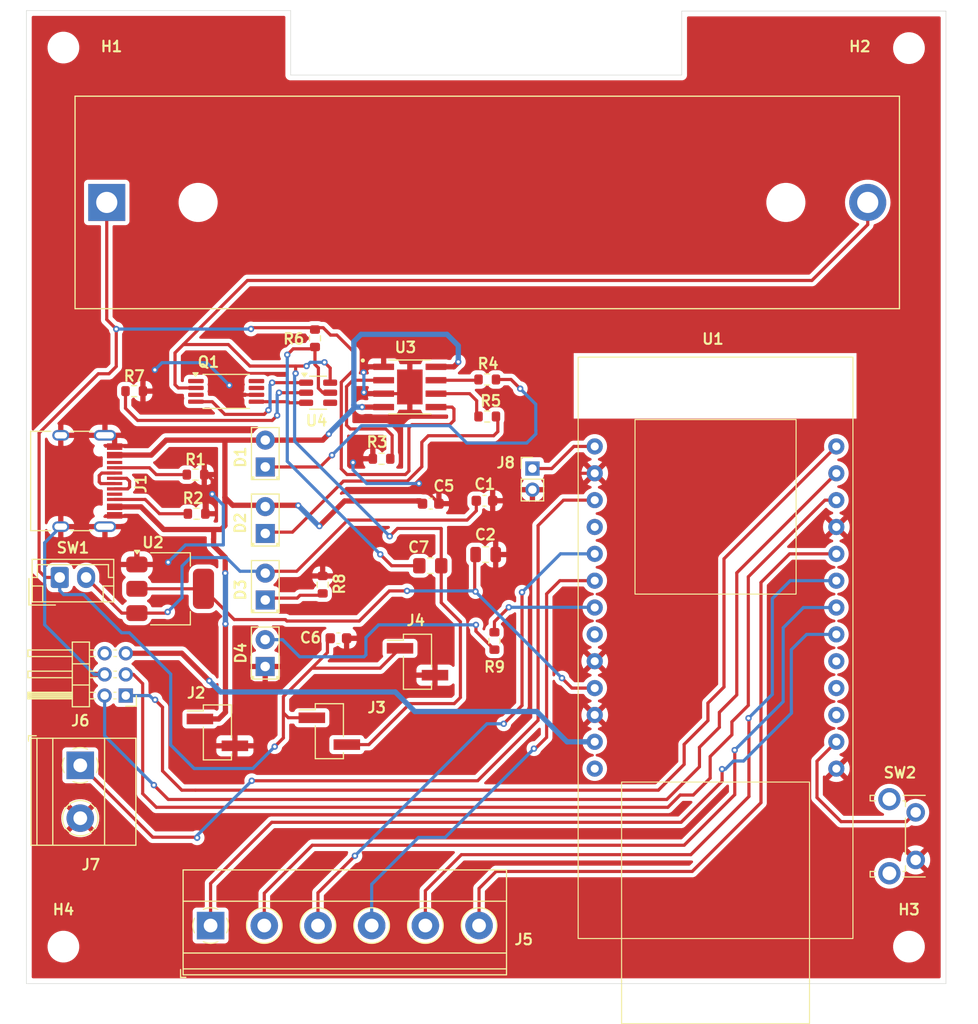
<source format=kicad_pcb>
(kicad_pcb (version 20240108) (generator "pcbnew") (generator_version "8.0")
  (layers (0 "F.Cu" signal) (31 "B.Cu" signal) (34 "B.Paste" user) (35 "F.Paste" user) (36 "B.SilkS" user "B.Silkscreen") (37 "F.SilkS" user "F.Silkscreen") (38 "B.Mask" user) (39 "F.Mask" user) (44 "Edge.Cuts" user))
  (net 0 "")
  (net 1 "/BAT")
  (net 2 "/dw_gnd")
  (net 3 "GND")
  (net 4 "+5V")
  (net 5 "+3.3V")
  (net 6 "/dw_vcc")
  (net 7 "Net-(D1-K)")
  (net 8 "Net-(D2-K)")
  (net 9 "Net-(J1-D--PadA7)")
  (net 11 "Net-(J1-CC2)")
  (net 13 "Net-(J1-D+-PadA6)")
  (net 14 "Net-(J1-CC1)")
  (net 15 "/IO14")
  (net 16 "/IO15")
  (net 17 "/IO32")
  (net 18 "/IO39")
  (net 19 "/IO33")
  (net 20 "/IO36")
  (net 21 "/IO0")
  (net 22 "5V")
  (net 23 "/BOUT")
  (net 24 "/TX")
  (net 26 "/3.3V")
  (net 27 "Net-(U3-PROG)")
  (net 28 "/CHRG")
  (net 29 "/STDBY")
  (net 30 "Net-(U4-CS)")
  (net 32 "Net-(D4-A)")
  (net 34 "ENB")
  (net 39 "/RX")
  (net 41 "Net-(U4-OC)")
  (net 42 "Net-(U4-OD)")
  (net 44 "IPSET")
  (net 45 "Net-(D3-K)")
  (net 46 "Net-(U1-IO5{slash}BOOT_FLOAT)")
  (footprint "Connector_PinHeader_2.54mm:PinHeader_1x02_P2.54mm_Vertical_SMD_Pin1Left" (layer "F.Cu") (at 131.27 108.185)
    (property "Reference" "J2")
    (property "Value" "+-" (hide yes))
  )
  (footprint "LED_THT:LED_D2.0mm_W4.8mm_H2.5mm_FlatTop" (layer "F.Cu") (at 135.8 83.075 90)
    (property "Reference" "D1")
    (property "Value" "LED" (hide yes))
  )
  (footprint "Resistor_SMD:R_0603_1608Metric" (layer "F.Cu") (at 156.8 78.3)
    (property "Reference" "R5")
    (property "Value" "1k" (hide yes))
  )
  (footprint "LED_THT:LED_D2.0mm_W4.8mm_H2.5mm_FlatTop" (layer "F.Cu") (at 135.8 95.66 90)
    (property "Reference" "D3")
    (property "Value" "LED" (hide yes))
  )
  (footprint "Button_Switch_THT:SW_Tactile_SPST_Angled_PTS645Vx58-2LFS" (layer "F.Cu") (at 197.3375 115.75 -90)
    (property "Reference" "SW2")
    (property "Value" "SW_Push" (hide yes))
  )
  (footprint "MountingHole:MountingHole_2.5mm" (layer "F.Cu") (at 196.7 128.45)
    (property "Reference" "H3")
    (property "Value" "MountingHole" (hide yes))
  )
  (footprint "Resistor_SMD:R_0603_1608Metric" (layer "F.Cu") (at 129.2 83.8)
    (property "Reference" "R1")
    (property "Value" "5k1" (hide yes))
  )
  (footprint "Package_TO_SOT_SMD:SOT-223-3_TabPin2" (layer "F.Cu") (at 126.8 94.6)
    (property "Reference" "U2")
    (property "Value" "AMS1117-3.3" (hide yes))
  )
  (footprint "Capacitor_SMD:C_0603_1608Metric" (layer "F.Cu") (at 142.72 99.28)
    (property "Reference" "C6")
    (property "Value" "10u" (hide yes))
  )
  (footprint "Capacitor_SMD:C_0805_2012Metric_Pad1.18x1.45mm_HandSolder" (layer "F.Cu") (at 151.41 92.42)
    (property "Reference" "C7")
    (property "Value" "100n" (hide yes))
  )
  (footprint "Library:SOP127P600X175-9N" (layer "F.Cu") (at 149.475 75.505)
    (property "Reference" "U3")
    (property "Value" "TP4056" (hide yes))
  )
  (footprint "MountingHole:MountingHole_2.5mm" (layer "F.Cu") (at 116.7 128.45)
    (property "Reference" "H4")
    (property "Value" "MountingHole" (hide yes))
  )
  (footprint "Connector_PinHeader_2.54mm:PinHeader_1x02_P2.54mm_Vertical_SMD_Pin1Left" (layer "F.Cu") (at 141.86 108.07)
    (property "Reference" "J3")
    (property "Value" "1B+2B-" (hide yes))
  )
  (footprint "Library:WT32-ETH01" (layer "F.Cu") (at 178.4 100.1825)
    (property "Reference" "U1")
    (property "Value" "WT32-ETH01")
  )
  (footprint "Resistor_SMD:R_0603_1608Metric" (layer "F.Cu") (at 156.8 74.8)
    (property "Reference" "R4")
    (property "Value" "1k" (hide yes))
  )
  (footprint "Battery:BatteryHolder_MPD_BH-18650-PC2" (layer "F.Cu") (at 120.8 58.05)
    (property "Reference" "BT1" (hide yes))
    (property "Value" "Battery_Cell" (hide yes))
  )
  (footprint "Connector_USB:USB_C_Receptacle_HRO_TYPE-C-31-M-12" (layer "F.Cu") (at 117.5 84.4 -90)
    (property "Reference" "J1")
    (property "Value" "USB_C_Receptacle_USB2.0_16P" (hide yes))
  )
  (footprint "MountingHole:MountingHole_2.5mm" (layer "F.Cu") (at 116.7 43.4)
    (property "Reference" "H1")
    (property "Value" "MountingHole" (hide yes))
  )
  (footprint "Package_SO:TSSOP-8_4.4x3mm_P0.65mm" (layer "F.Cu") (at 132.1 75.925)
    (property "Reference" "Q1")
    (property "Value" "FS8205A" (hide yes))
  )
  (footprint "Resistor_SMD:R_0603_1608Metric" (layer "F.Cu") (at 140.5 70.9 90)
    (property "Reference" "R6")
    (property "Value" "100" (hide yes))
  )
  (footprint "Resistor_SMD:R_0603_1608Metric" (layer "F.Cu") (at 129.3 87.5)
    (property "Reference" "R2")
    (property "Value" "5k1" (hide yes))
  )
  (footprint "Resistor_SMD:R_0603_1608Metric" (layer "F.Cu") (at 157.48 99.535 90)
    (property "Reference" "R9")
    (property "Value" "220" (hide yes))
  )
  (footprint "Capacitor_SMD:C_0603_1608Metric" (layer "F.Cu") (at 151.45 86.55)
    (property "Reference" "C5")
    (property "Value" "100n" (hide yes))
  )
  (footprint "MountingHole:MountingHole_2.5mm" (layer "F.Cu") (at 196.7 43.45)
    (property "Reference" "H2")
    (property "Value" "MountingHole" (hide yes))
  )
  (footprint "Resistor_SMD:R_0603_1608Metric" (layer "F.Cu") (at 141.23 94.21 -90)
    (property "Reference" "R8")
    (property "Value" "680" (hide yes))
  )
  (footprint "LED_THT:LED_D2.0mm_W4.8mm_H2.5mm_FlatTop" (layer "F.Cu") (at 135.8 89.365 90)
    (property "Reference" "D2")
    (property "Value" "LED" (hide yes))
  )
  (footprint "Connector_PinHeader_2.00mm:PinHeader_1x02_P2.00mm_Vertical" (layer "F.Cu") (at 161.075 83.225)
    (property "Reference" "J8")
    (property "Value" "Conn_01x02_Pin" (hide yes))
  )
  (footprint "Resistor_SMD:R_0603_1608Metric" (layer "F.Cu") (at 123.4 75.9)
    (property "Reference" "R7")
    (property "Value" "1k" (hide yes))
  )
  (footprint "Package_TO_SOT_SMD:SOT-23-6" (layer "F.Cu") (at 140.8 76.05)
    (property "Reference" "U4")
    (property "Value" "DW01A" (hide yes))
  )
  (footprint "Connector_JST:JST_EH_B2B-EH-A_1x02_P2.50mm_Vertical" (layer "F.Cu") (at 116.35 93.525)
    (property "Reference" "SW1")
    (property "Value" "SW_SPST" (hide yes))
  )
  (footprint "LED_THT:LED_D2.0mm_W4.8mm_H2.5mm_FlatTop" (layer "F.Cu") (at 135.79 101.95 90)
    (property "Reference" "D4")
    (property "Value" "LED" (hide yes))
  )
  (footprint "TerminalBlock_Phoenix:TerminalBlock_Phoenix_MKDS-1,5-6-5.08_1x06_P5.08mm_Horizontal" (layer "F.Cu") (at 130.625 126.455)
    (property "Reference" "J5")
    (property "Value" "Screw_Terminal_01x06" (hide yes))
  )
  (footprint "TerminalBlock_Phoenix:TerminalBlock_Phoenix_MKDS-1,5-2_1x02_P5.00mm_Horizontal" (layer "F.Cu") (at 118.295 111.3 -90)
    (property "Reference" "J7")
    (property "Value" "Screw_Terminal_01x02" (hide yes))
  )
  (footprint "Capacitor_SMD:C_0603_1608Metric" (layer "F.Cu") (at 156.54 86.27)
    (property "Reference" "C1")
    (property "Value" "10u" (hide yes))
  )
  (footprint "Capacitor_SMD:C_0805_2012Metric" (layer "F.Cu") (at 156.65 91.36)
    (property "Reference" "C2")
    (property "Value" "22u" (hide yes))
  )
  (footprint "Connector_PinHeader_2.54mm:PinHeader_1x02_P2.54mm_Vertical_SMD_Pin1Left" (layer "F.Cu") (at 150.2 101.5)
    (property "Reference" "J4")
    (property "Value" "1OUT+2OUT- " (hide yes))
  )
  (footprint "Resistor_SMD:R_0603_1608Metric" (layer "F.Cu") (at 146.8 82.3)
    (property "Reference" "R3")
    (property "Value" "1k2" (hide yes))
  )
  (footprint "Connector_PinHeader_2.00mm:PinHeader_2x03_P2.00mm_Horizontal" (layer "F.Cu") (at 122.6 104.7 180)
    (property "Reference" "J6")
    (property "Value" "Conn_02x03_Counter_Clockwise" (hide yes))
  )
  (gr_line (start 200.2 39.95) (end 175.2 39.95) (stroke (width 0.05)) (layer "Edge.Cuts"))
  (gr_line (start 138.2 46) (end 175.2 46) (stroke (width 0.05)) (layer "Edge.Cuts"))
  (gr_line (start 200.2 131.95) (end 200.2 40) (stroke (width 0.05)) (layer "Edge.Cuts"))
  (gr_line (start 113.2 128.3) (end 113.2 48.3) (stroke (width 0.05)) (layer "Edge.Cuts"))
  (gr_line (start 200.2 131.95) (end 113.2 131.95) (stroke (width 0.05)) (layer "Edge.Cuts"))
  (gr_line (start 113.2 131.95) (end 113.2 128.3) (stroke (width 0.05)) (layer "Edge.Cuts"))
  (gr_line (start 113.2 39.9) (end 113.2 48.3) (stroke (width 0.05)) (layer "Edge.Cuts"))
  (gr_line (start 138.2 39.9) (end 138.2 46) (stroke (width 0.05)) (layer "Edge.Cuts"))
  (gr_line (start 200.2 40) (end 200.2 39.95) (stroke (width 0.05)) (layer "Edge.Cuts"))
  (gr_line (start 138.2 39.9) (end 113.2 39.9) (stroke (width 0.05)) (layer "Edge.Cuts"))
  (gr_line (start 175.2 39.95) (end 175.2 46) (stroke (width 0.05)) (layer "Edge.Cuts"))
  (segment (start 153.25 79.07) (end 149.68 79.07) (width 0.3) (layer "F.Cu") (net 1))
  (segment (start 149.39 79.36) (end 149.39 83.46) (width 0.3) (layer "F.Cu") (net 1))
  (segment (start 141.6825 100.6275) (end 137.51 104.8) (width 0.3) (layer "F.Cu") (net 1))
  (segment (start 144.175 73.875) (end 144.175 72.2) (width 0.3) (layer "F.Cu") (net 1))
  (segment (start 137.51 108.71) (end 137.51 106.33) (width 0.3) (layer "F.Cu") (net 1))
  (segment (start 134.57 69.9) (end 140.5 69.9) (width 0.3) (layer "F.Cu") (net 1))
  (segment (start 149.06 83.79) (end 143.53 83.79) (width 0.3) (layer "F.Cu") (net 1))
  (segment (start 121.7 73.57) (end 121.01 74.26) (width 0.3) (layer "F.Cu") (net 1))
  (segment (start 134.45 70.02) (end 134.57 69.9) (width 0.3) (layer "F.Cu") (net 1))
  (segment (start 115 93.525) (end 116.35 93.525) (width 0.3) (layer "F.Cu") (net 1))
  (segment (start 146.665 102.11) (end 140.33 102.11) (width 0.3) (layer "F.Cu") (net 1))
  (segment (start 144.175 72.2) (end 142.575 70.6) (width 0.3) (layer "F.Cu") (net 1))
  (segment (start 153.65 77.59) (end 153.65 78.67) (width 0.3) (layer "F.Cu") (net 1))
  (segment (start 136.69 109.53) (end 137.51 108.71) (width 0.3) (layer "F.Cu") (net 1))
  (segment (start 140.205 106.8) (end 137.98 106.8) (width 0.3) (layer "F.Cu") (net 1))
  (segment (start 121.7 70.03) (end 120.8 69.13) (width 0.3) (layer "F.Cu") (net 1))
  (segment (start 141.275 69.9) (end 140.5 69.9) (width 0.3) (layer "F.Cu") (net 1))
  (segment (start 142.99 83.25) (end 142.99 75.06) (width 0.3) (layer "F.Cu") (net 1))
  (segment (start 149.39 83.46) (end 149.06 83.79) (width 0.3) (layer "F.Cu") (net 1))
  (segment (start 153.65 78.67) (end 153.25 79.07) (width 0.3) (layer "F.Cu") (net 1))
  (segment (start 141.975 70.6) (end 141.275 69.9) (width 0.3) (layer "F.Cu") (net 1))
  (segment (start 120 74.26) (end 114.4 79.86) (width 0.3) (layer "F.Cu") (net 1))
  (segment (start 142.99 75.06) (end 144.175 73.875) (width 0.3) (layer "F.Cu") (net 1))
  (segment (start 137.98 106.8) (end 137.51 106.33) (width 0.3) (layer "F.Cu") (net 1))
  (segment (start 121.7 70.03) (end 121.7 73.57) (width 0.3) (layer "F.Cu") (net 1))
  (segment (start 121.01 74.26) (end 120 74.26) (width 0.3) (layer "F.Cu") (net 1))
  (segment (start 143.53 83.79) (end 142.99 83.25) (width 0.3) (layer "F.Cu") (net 1))
  (segment (start 148.545 100.23) (end 146.665 102.11) (width 0.3) (layer "F.Cu") (net 1))
  (segment (start 114.4 92.925) (end 115 93.525) (width 0.3) (layer "F.Cu") (net 1))
  (segment (start 141.6825 99.28) (end 141.6825 100.6275) (width 0.3) (layer "F.Cu") (net 1))
  (segment (start 149.68 79.07) (end 149.39 79.36) (width 0.3) (layer "F.Cu") (net 1))
  (segment (start 114.4 79.86) (end 114.4 92.925) (width 0.3) (layer "F.Cu") (net 1))
  (segment (start 137.51 104.8) (end 137.51 106.33) (width 0.3) (layer "F.Cu") (net 1))
  (segment (start 151.95 77.41) (end 153.47 77.41) (width 0.3) (layer "F.Cu") (net 1))
  (segment (start 142.575 70.6) (end 141.975 70.6) (width 0.3) (layer "F.Cu") (net 1))
  (segment (start 153.47 77.41) (end 153.65 77.59) (width 0.3) (layer "F.Cu") (net 1))
  (segment (start 120.8 69.13) (end 120.8 58.05) (width 0.3) (layer "F.Cu") (net 1))
  (via (at 134.45 70.02) (size 0.6) (drill 0.3) (layers "F.Cu" "B.Cu") (net 1))
  (via (at 121.7 70.03) (size 0.6) (drill 0.3) (layers "F.Cu" "B.Cu") (net 1))
  (via (at 136.69 109.53) (size 0.6) (drill 0.3) (layers "F.Cu" "B.Cu") (net 1))
  (segment (start 134.44 70.03) (end 134.45 70.02) (width 0.3) (layer "B.Cu") (net 1))
  (segment (start 116.35 94.775) (end 116.35 93.525) (width 0.3) (layer "B.Cu") (net 1))
  (segment (start 122.21 98.76) (end 118.6 95.15) (width 0.3) (layer "B.Cu") (net 1))
  (segment (start 122.94 98.76) (end 126.85 102.67) (width 0.3) (layer "B.Cu") (net 1))
  (segment (start 121.7 70.03) (end 134.44 70.03) (width 0.3) (layer "B.Cu") (net 1))
  (segment (start 126.85 102.67) (end 126.85 108.83) (width 0.3) (layer "B.Cu") (net 1))
  (segment (start 118.6 95.15) (end 116.725 95.15) (width 0.3) (layer "B.Cu") (net 1))
  (segment (start 116.725 95.15) (end 116.35 94.775) (width 0.3) (layer "B.Cu") (net 1))
  (segment (start 122.21 98.76) (end 122.94 98.76) (width 0.3) (layer "B.Cu") (net 1))
  (segment (start 134.62 111.6) (end 136.69 109.53) (width 0.3) (layer "B.Cu") (net 1))
  (segment (start 126.85 109.38) (end 129.07 111.6) (width 0.3) (layer "B.Cu") (net 1))
  (segment (start 129.07 111.6) (end 134.62 111.6) (width 0.3) (layer "B.Cu") (net 1))
  (segment (start 126.85 108.83) (end 126.85 109.38) (width 0.3) (layer "B.Cu") (net 1))
  (segment (start 129.2375 75.6) (end 127.57 75.6) (width 0.3) (layer "F.Cu") (net 2))
  (segment (start 154.26 97.72) (end 152.4475 95.9075) (width 0.3) (layer "F.Cu") (net 2))
  (segment (start 187.52 65.43) (end 192.8 60.15) (width 0.3) (layer "F.Cu") (net 2))
  (segment (start 141.9375 73.7125) (end 141.4 73.175) (width 0.3) (layer "F.Cu") (net 2))
  (segment (start 143.515 109.34) (end 145.6 109.34) (width 0.3) (layer "F.Cu") (net 2))
  (segment (start 127.26 72.28) (end 128.045 71.495) (width 0.3) (layer "F.Cu") (net 2))
  (segment (start 138.67 73.53) (end 139.705001 73.53) (width 0.3) (layer "F.Cu") (net 2))
  (segment (start 127.57 75.6) (end 127.26 75.29) (width 0.3) (layer "F.Cu") (net 2))
  (segment (start 141.9375 75.1) (end 141.9375 73.7125) (width 0.3) (layer "F.Cu") (net 2))
  (segment (start 153.68 105.46) (end 154.26 104.88) (width 0.3) (layer "F.Cu") (net 2))
  (segment (start 152.4475 92.42) (end 152.4475 88.9075) (width 0.3) (layer "F.Cu") (net 2))
  (segment (start 154.26 104.88) (end 154.26 97.72) (width 0.3) (layer "F.Cu") (net 2))
  (segment (start 192.8 60.15) (end 192.8 58.05) (width 0.3) (layer "F.Cu") (net 2))
  (segment (start 149.48 105.46) (end 153.68 105.46) (width 0.3) (layer "F.Cu") (net 2))
  (segment (start 145.6 109.34) (end 149.48 105.46) (width 0.3) (layer "F.Cu") (net 2))
  (segment (start 152.43 88.89) (end 148.31 88.89) (width 0.3) (layer "F.Cu") (net 2))
  (segment (start 152.4475 88.9075) (end 152.43 88.89) (width 0.3) (layer "F.Cu") (net 2))
  (segment (start 128.045 71.495) (end 134.11 65.43) (width 0.3) (layer "F.Cu") (net 2))
  (segment (start 152.4475 95.9075) (end 152.4475 92.42) (width 0.3) (layer "F.Cu") (net 2))
  (segment (start 138.67 74.225) (end 138.67 73.53) (width 0.3) (layer "F.Cu") (net 2))
  (segment (start 134.11 65.43) (end 187.52 65.43) (width 0.3) (layer "F.Cu") (net 2))
  (segment (start 148.31 88.89) (end 147.57 89.63) (width 0.3) (layer "F.Cu") (net 2))
  (segment (start 127.26 75.29) (end 127.26 72.28) (width 0.3) (layer "F.Cu") (net 2))
  (segment (start 134.34 73.53) (end 132.305 71.495) (width 0.3) (layer "F.Cu") (net 2))
  (segment (start 134.34 73.53) (end 138.67 73.53) (width 0.3) (layer "F.Cu") (net 2))
  (segment (start 132.305 71.495) (end 128.045 71.495) (width 0.3) (layer "F.Cu") (net 2))
  (via (at 139.705001 73.53) (size 0.6) (drill 0.3) (layers "F.Cu" "B.Cu") (net 2))
  (via (at 138.67 74.225) (size 0.6) (drill 0.3) (layers "F.Cu" "B.Cu") (net 2))
  (via (at 141.4 73.175) (size 0.6) (drill 0.3) (layers "F.Cu" "B.Cu") (net 2))
  (via (at 147.57 89.63) (size 0.6) (drill 0.3) (layers "F.Cu" "B.Cu") (net 2))
  (segment (start 138.67 74.225) (end 138.575 74.32) (width 0.3) (layer "B.Cu") (net 2))
  (segment (start 140.060001 73.175) (end 139.705001 73.53) (width 0.3) (layer "B.Cu") (net 2))
  (segment (start 138.575 74.32) (end 138.575 80.635) (width 0.3) (layer "B.Cu") (net 2))
  (segment (start 141.4 73.175) (end 140.060001 73.175) (width 0.3) (layer "B.Cu") (net 2))
  (segment (start 138.575 80.635) (end 147.57 89.63) (width 0.3) (layer "B.Cu") (net 2))
  (segment (start 166.97 83.6725) (end 164.7025 83.6725) (width 0.3) (layer "F.Cu") (net 3))
  (segment (start 132.4 75.35) (end 133.3 76.25) (width 0.3) (layer "F.Cu") (net 3))
  (segment (start 120.63 80.08) (end 116.45 80.08) (width 0.3) (layer "F.Cu") (net 3))
  (segment (start 145.67 73.6) (end 147 73.6) (width 0.3) (layer "F.Cu") (net 3))
  (segment (start 123.65 92.3) (end 123.65 90.25) (width 0.3) (layer "F.Cu") (net 3))
  (segment (start 121.545 81.15) (end 121.545 80.995) (width 0.3) (layer "F.Cu") (net 3))
  (segment (start 130.66 84.18) (end 130.78 84.3) (width 0.3) (layer "F.Cu") (net 3))
  (segment (start 130.28 83.8) (end 130.66 84.18) (width 0.3) (layer "F.Cu") (net 3))
  (segment (start 130.3 87.5) (end 130.3 86.12) (width 0.3) (layer "F.Cu") (net 3))
  (segment (start 123.65 90.25) (end 122.12 88.72) (width 0.3) (layer "F.Cu") (net 3))
  (segment (start 144.1 82.65) (end 144.45 82.3) (width 0.3) (layer "F.Cu") (net 3))
  (segment (start 120.63 88.72) (end 120.63 88.565) (width 0.3) (layer "F.Cu") (net 3))
  (segment (start 126.61 92.09) (end 126.4 92.3) (width 0.3) (layer "F.Cu") (net 3))
  (segment (start 163.15 85.225) (end 161.075 85.225) (width 0.3) (layer "F.Cu") (net 3))
  (segment (start 120.63 88.72) (end 116.45 88.72) (width 0.3) (layer "F.Cu") (net 3))
  (segment (start 150.34 84.64) (end 152.225 86.525) (width 0.3) (layer "F.Cu") (net 3))
  (segment (start 145.14 74.13) (end 145.67 73.6) (width 0.3) (layer "F.Cu") (net 3))
  (segment (start 130.3 86.12) (end 130.78 85.64) (width 0.3) (layer "F.Cu") (net 3))
  (segment (start 145.25 76.14) (end 145.13 76.02) (width 0.3) (layer "F.Cu") (net 3))
  (segment (start 124.225 75.015) (end 124.225 75.725) (width 0.3) (layer "F.Cu") (net 3))
  (segment (start 126.4 92.3) (end 123.65 92.3) (width 0.3) (layer "F.Cu") (net 3))
  (segment (start 147 76.14) (end 145.25 76.14) (width 0.3) (layer "F.Cu") (net 3))
  (segment (start 122.12 88.72) (end 120.63 88.72) (width 0.3) (layer "F.Cu") (net 3))
  (segment (start 130.78 84.3) (end 130.78 85.64) (width 0.3) (layer "F.Cu") (net 3))
  (segment (start 124.225 75.725) (end 124.4 75.9) (width 0.3) (layer "F.Cu") (net 3))
  (segment (start 133.3 76.25) (end 134.9625 76.25) (width 0.3) (layer "F.Cu") (net 3))
  (segment (start 145.1 74.13) (end 145.14 74.13) (width 0.3) (layer "F.Cu") (net 3))
  (segment (start 144.45 82.3) (end 145.8 82.3) (width 0.3) (layer "F.Cu") (net 3))
  (segment (start 130.2 83.8) (end 130.28 83.8) (width 0.3) (layer "F.Cu") (net 3))
  (segment (start 116.45 80.08) (end 116.45 88.72) (width 0.3) (layer "F.Cu") (net 3))
  (segment (start 147 76.14) (end 148.84 76.14) (width 0.3) (layer "F.Cu") (net 3))
  (segment (start 152.225 86.525) (end 152.225 86.55) (width 0.3) (layer "F.Cu") (net 3))
  (segment (start 157.5775 86.27) (end 158.48 86.27) (width 0.3) (layer "F.Cu") (net 3))
  (segment (start 125.35 73.89) (end 124.225 75.015) (width 0.3) (layer "F.Cu") (net 3))
  (segment (start 164.7025 83.6725) (end 163.15 85.225) (width 0.3) (layer "F.Cu") (net 3))
  (via (at 126.61 92.09) (size 0.6) (drill 0.3) (layers "F.Cu" "B.Cu") (net 3))
  (via (at 145.13 76.02) (size 0.6) (drill 0.3) (layers "F.Cu" "B.Cu") (net 3))
  (via (at 150.34 84.64) (size 0.6) (drill 0.3) (layers "F.Cu" "B.Cu") (net 3))
  (via (at 125.35 73.89) (size 0.6) (drill 0.3) (layers "F.Cu" "B.Cu") (net 3))
  (via (at 144.1 82.65) (size 0.6) (drill 0.3) (layers "F.Cu" "B.Cu") (net 3))
  (via (at 145.1 74.13) (size 0.6) (drill 0.3) (layers "F.Cu" "B.Cu") (net 3))
  (via (at 132.4 75.35) (size 0.6) (drill 0.3) (layers "F.Cu" "B.Cu") (net 3))
  (via (at 130.78 85.64) (size 0.6) (drill 0.3) (layers "F.Cu" "B.Cu") (net 3))
  (segment (start 144.1 83.35) (end 144.1 82.65) (width 0.3) (layer "B.Cu") (net 3))
  (segment (start 119.625 102.7) (end 120.6 102.7) (width 0.3) (layer "B.Cu") (net 3))
  (segment (start 114.925 90.245) (end 116.45 88.72) (width 0.3) (layer "B.Cu") (net 3))
  (segment (start 126.03 73.21) (end 130.26 73.21) (width 0.3) (layer "B.Cu") (net 3))
  (segment (start 145.13 76.02) (end 145.13 74.16) (width 0.3) (layer "B.Cu") (net 3))
  (segment (start 114.925 98) (end 114.925 90.245) (width 0.3) (layer "B.Cu") (net 3))
  (segment (start 126.03 73.21) (end 125.35 73.89) (width 0.3) (layer "B.Cu") (net 3))
  (segment (start 131.83 86.69) (end 131.83 90.45) (width 0.3) (layer "B.Cu") (net 3))
  (segment (start 145.39 84.64) (end 144.1 83.35) (width 0.3) (layer "B.Cu") (net 3))
  (segment (start 114.925 98) (end 119.625 102.7) (width 0.3) (layer "B.Cu") (net 3))
  (segment (start 131.83 90.45) (end 128.25 90.45) (width 0.3) (layer "B.Cu") (net 3))
  (segment (start 128.25 90.45) (end 126.61 92.09) (width 0.3) (layer "B.Cu") (net 3))
  (segment (start 150.34 84.64) (end 145.39 84.64) (width 0.3) (layer "B.Cu") (net 3))
  (segment (start 130.26 73.21) (end 132.4 75.35) (width 0.3) (layer "B.Cu") (net 3))
  (segment (start 130.78 85.64) (end 131.83 86.69) (width 0.3) (layer "B.Cu") (net 3))
  (segment (start 145.13 74.16) (end 145.1 74.13) (width 0.3) (layer "B.Cu") (net 3))
  (segment (start 138.92 86.72) (end 138.9 86.7) (width 0.5) (layer "F.Cu") (net 4))
  (segment (start 132.03 106.28) (end 131.395 106.915) (width 0.5) (layer "F.Cu") (net 4))
  (segment (start 131.98 80.535) (end 126.425 80.535) (width 0.5) (layer "F.Cu") (net 4))
  (segment (start 147 77.41) (end 144.96 77.41) (width 0.5) (layer "F.Cu") (net 4))
  (segment (start 132.01 91.62) (end 130.91 90.52) (width 0.5) (layer "F.Cu") (net 4))
  (segment (start 138.9 86.7) (end 135.8 86.7) (width 0.5) (layer "F.Cu") (net 4))
  (segment (start 135.8 80.535) (end 141.235 80.535) (width 0.5) (layer "F.Cu") (net 4))
  (segment (start 132.72 86.7) (end 135.8 86.7) (width 0.5) (layer "F.Cu") (net 4))
  (segment (start 132.01 93.12) (end 132.01 91.62) (width 0.5) (layer "F.Cu") (net 4))
  (segment (start 125.01 81.95) (end 121.545 81.95) (width 0.5) (layer "F.Cu") (net 4))
  (segment (start 130.92 89.87) (end 130.92 88.99) (width 0.5) (layer "F.Cu") (net 4))
  (segment (start 141.235 80.535) (end 141.81 79.96) (width 0.5) (layer "F.Cu") (net 4))
  (segment (start 132.03 97.92) (end 132.03 106.28) (width 0.5) (layer "F.Cu") (net 4))
  (segment (start 131.98 80.535) (end 135.8 80.535) (width 0.5) (layer "F.Cu") (net 4))
  (segment (start 130.91 89.88) (end 130.92 89.87) (width 0.5) (layer "F.Cu") (net 4))
  (segment (start 131.98 85.96) (end 132.72 86.7) (width 0.5) (layer "F.Cu") (net 4))
  (segment (start 131.395 106.915) (end 129.615 106.915) (width 0.5) (layer "F.Cu") (net 4))
  (segment (start 124.05 86.85) (end 126.19 88.99) (width 0.5) (layer "F.Cu") (net 4))
  (segment (start 150.476245 86.293068) (end 150.2 86.293068) (width 0.5) (layer "F.Cu") (net 4))
  (segment (start 126.19 88.99) (end 130.92 88.99) (width 0.5) (layer "F.Cu") (net 4))
  (segment (start 154.06 73.18) (end 153.64 73.6) (width 0.5) (layer "F.Cu") (net 4))
  (segment (start 150.2 86.293068) (end 143.296932 86.293068) (width 0.5) (layer "F.Cu") (net 4))
  (segment (start 131.98 85.96) (end 131.98 80.535) (width 0.5) (layer "F.Cu") (net 4))
  (segment (start 154.06 73.13) (end 154.06 73.18) (width 0.5) (layer "F.Cu") (net 4))
  (segment (start 121.545 86.85) (end 124.05 86.85) (width 0.5) (layer "F.Cu") (net 4))
  (segment (start 126.425 80.535) (end 125.01 81.95) (width 0.5) (layer "F.Cu") (net 4))
  (segment (start 131.98 88.63) (end 131.98 85.96) (width 0.5) (layer "F.Cu") (net 4))
  (segment (start 130.91 90.52) (end 130.91 89.88) (width 0.5) (layer "F.Cu") (net 4))
  (segment (start 131.62 88.99) (end 131.98 88.63) (width 0.5) (layer "F.Cu") (net 4))
  (segment (start 153.64 73.6) (end 151.95 73.6) (width 0.5) (layer "F.Cu") (net 4))
  (segment (start 130.92 88.99) (end 131.62 88.99) (width 0.5) (layer "F.Cu") (net 4))
  (segment (start 150.418068 86.293068) (end 150.675 86.55) (width 0.5) (layer "F.Cu") (net 4))
  (segment (start 143.296932 86.293068) (end 140.92 88.67) (width 0.5) (layer "F.Cu") (net 4))
  (segment (start 150.2 86.293068) (end 150.418068 86.293068) (width 0.5) (layer "F.Cu") (net 4))
  (via (at 141.81 79.96) (size 0.6) (drill 0.3) (layers "F.Cu" "B.Cu") (net 4))
  (via (at 138.92 86.72) (size 0.6) (drill 0.3) (layers "F.Cu" "B.Cu") (net 4))
  (via (at 154.06 73.13) (size 0.6) (drill 0.3) (layers "F.Cu" "B.Cu") (net 4))
  (via (at 132.03 97.92) (size 0.6) (drill 0.3) (layers "F.Cu" "B.Cu") (net 4))
  (via (at 132.01 93.12) (size 0.6) (drill 0.3) (layers "F.Cu" "B.Cu") (net 4))
  (via (at 140.92 88.67) (size 0.6) (drill 0.3) (layers "F.Cu" "B.Cu") (net 4))
  (via (at 144.96 77.41) (size 0.6) (drill 0.3) (layers "F.Cu" "B.Cu") (net 4))
  (segment (start 144.37 77.41) (end 144.18 77.22) (width 0.5) (layer "B.Cu") (net 4))
  (segment (start 132.03 97.92) (end 132.03 93.18) (width 0.5) (layer "B.Cu") (net 4))
  (segment (start 132.03 93.14) (end 132.01 93.12) (width 0.5) (layer "B.Cu") (net 4))
  (segment (start 141.81 79.9) (end 144.18 77.53) (width 0.5) (layer "B.Cu") (net 4))
  (segment (start 140.92 88.67) (end 140.87 88.67) (width 0.5) (layer "B.Cu") (net 4))
  (segment (start 140.87 88.67) (end 138.92 86.72) (width 0.5) (layer "B.Cu") (net 4))
  (segment (start 141.81 79.96) (end 141.81 79.9) (width 0.5) (layer "B.Cu") (net 4))
  (segment (start 132.03 93.18) (end 132.03 93.14) (width 0.5) (layer "B.Cu") (net 4))
  (segment (start 154.06 71.6) (end 154.06 73.13) (width 0.5) (layer "B.Cu") (net 4))
  (segment (start 144.18 77.22) (end 144.18 71.21) (width 0.5) (layer "B.Cu") (net 4))
  (segment (start 144.96 77.41) (end 144.37 77.41) (width 0.5) (layer "B.Cu") (net 4))
  (segment (start 144.18 77.53) (end 144.18 77.22) (width 0.5) (layer "B.Cu") (net 4))
  (segment (start 144.18 71.21) (end 144.86 70.53) (width 0.5) (layer "B.Cu") (net 4))
  (segment (start 144.86 70.53) (end 152.99 70.53) (width 0.5) (layer "B.Cu") (net 4))
  (segment (start 152.99 70.53) (end 154.06 71.6) (width 0.5) (layer "B.Cu") (net 4))
  (segment (start 137.7 97.51) (end 137.84 97.65) (width 0.3) (layer "F.Cu") (net 5))
  (segment (start 155.6125 94.7825) (end 155.6125 91.36) (width 0.3) (layer "F.Cu") (net 5))
  (segment (start 166.97 103.9925) (end 164.8125 103.9925) (width 0.3) (layer "F.Cu") (net 5))
  (segment (start 132.86 97.51) (end 137.7 97.51) (width 0.3) (layer "F.Cu") (net 5))
  (segment (start 147.54 94.8) (end 149.21 94.8) (width 0.3) (layer "F.Cu") (net 5))
  (segment (start 123.65 94.6) (end 129.95 94.6) (width 0.3) (layer "F.Cu") (net 5))
  (segment (start 144.69 97.65) (end 147.54 94.8) (width 0.3) (layer "F.Cu") (net 5))
  (segment (start 164.8125 103.9925) (end 163.87 103.05) (width 0.3) (layer "F.Cu") (net 5))
  (segment (start 129.95 94.6) (end 132.86 97.51) (width 0.3) (layer "F.Cu") (net 5))
  (segment (start 137.84 97.65) (end 144.69 97.65) (width 0.3) (layer "F.Cu") (net 5))
  (segment (start 155.69 94.86) (end 155.6125 94.7825) (width 0.3) (layer "F.Cu") (net 5))
  (via (at 149.21 94.8) (size 0.6) (drill 0.3) (layers "F.Cu" "B.Cu") (net 5))
  (via (at 155.69 94.86) (size 0.6) (drill 0.3) (layers "F.Cu" "B.Cu") (net 5))
  (via (at 163.87 103.05) (size 0.6) (drill 0.3) (layers "F.Cu" "B.Cu") (net 5))
  (segment (start 149.21 94.8) (end 155.63 94.8) (width 0.3) (layer "B.Cu") (net 5))
  (segment (start 155.69 94.87) (end 155.69 94.86) (width 0.3) (layer "B.Cu") (net 5))
  (segment (start 155.63 94.8) (end 155.69 94.86) (width 0.3) (layer "B.Cu") (net 5))
  (segment (start 163.87 103.05) (end 155.69 94.87) (width 0.3) (layer "B.Cu") (net 5))
  (segment (start 150.3725 92.42) (end 147.76 92.42) (width 0.3) (layer "F.Cu") (net 6))
  (segment (start 137.88 72.46) (end 138.44 71.9) (width 0.3) (layer "F.Cu") (net 6))
  (segment (start 140.5 71.9) (end 140.5 73.38) (width 0.3) (layer "F.Cu") (net 6))
  (segment (start 141.25 76.05) (end 140.825 75.625) (width 0.3) (layer "F.Cu") (net 6))
  (segment (start 140.825 73.705) (end 140.5 73.38) (width 0.3) (layer "F.Cu") (net 6))
  (segment (start 141.9375 76.05) (end 141.25 76.05) (width 0.3) (layer "F.Cu") (net 6))
  (segment (start 140.825 75.625) (end 140.825 73.705) (width 0.3) (layer "F.Cu") (net 6))
  (segment (start 138.44 71.9) (end 140.5 71.9) (width 0.3) (layer "F.Cu") (net 6))
  (segment (start 147.76 92.42) (end 146.68 91.34) (width 0.3) (layer "F.Cu") (net 6))
  (via (at 137.88 72.46) (size 0.6) (drill 0.3) (layers "F.Cu" "B.Cu") (net 6))
  (via (at 146.68 91.34) (size 0.6) (drill 0.3) (layers "F.Cu" "B.Cu") (net 6))
  (segment (start 146.68 91.34) (end 137.88 82.54) (width 0.3) (layer "B.Cu") (net 6))
  (segment (start 137.88 82.54) (end 137.88 72.46) (width 0.3) (layer "B.Cu") (net 6))
  (segment (start 159.92 75.67) (end 159.05 74.8) (width 0.3) (layer "F.Cu") (net 7))
  (segment (start 137.795 83.075) (end 140.995 83.075) (width 0.3) (layer "F.Cu") (net 7))
  (segment (start 159.05 74.8) (end 157.8 74.8) (width 0.3) (layer "F.Cu") (net 7))
  (segment (start 135.8 83.075) (end 137.795 83.075) (width 0.3) (layer "F.Cu") (net 7))
  (segment (start 140.995 83.075) (end 142.11 81.96) (width 0.3) (layer "F.Cu") (net 7))
  (via (at 142.11 81.96) (size 0.6) (drill 0.3) (layers "F.Cu" "B.Cu") (net 7))
  (via (at 159.92 75.67) (size 0.6) (drill 0.3) (layers "F.Cu" "B.Cu") (net 7))
  (segment (start 154.86 80.81) (end 160.54 80.81) (width 0.3) (layer "B.Cu") (net 7))
  (segment (start 144.9 79.17) (end 153.22 79.17) (width 0.3) (layer "B.Cu") (net 7))
  (segment (start 160.54 80.81) (end 161.4 79.95) (width 0.3) (layer "B.Cu") (net 7))
  (segment (start 161.39 77.14) (end 159.92 75.67) (width 0.3) (layer "B.Cu") (net 7))
  (segment (start 142.11 81.96) (end 144.9 79.17) (width 0.3) (layer "B.Cu") (net 7))
  (segment (start 161.4 79.61) (end 161.39 79.6) (width 0.3) (layer "B.Cu") (net 7))
  (segment (start 161.4 79.95) (end 161.4 79.61) (width 0.3) (layer "B.Cu") (net 7))
  (segment (start 161.39 79.6) (end 161.39 77.14) (width 0.3) (layer "B.Cu") (net 7))
  (segment (start 153.22 79.17) (end 154.86 80.81) (width 0.3) (layer "B.Cu") (net 7))
  (segment (start 150.61 80.73) (end 150.61 83.05) (width 0.3) (layer "F.Cu") (net 8))
  (segment (start 157.41 80.12) (end 151.22 80.12) (width 0.3) (layer "F.Cu") (net 8))
  (segment (start 150.61 83.05) (end 149.25 84.41) (width 0.3) (layer "F.Cu") (net 8))
  (segment (start 157.8 79.73) (end 157.41 80.12) (width 0.3) (layer "F.Cu") (net 8))
  (segment (start 149.25 84.41) (end 143.2 84.41) (width 0.3) (layer "F.Cu") (net 8))
  (segment (start 138.37 89.24) (end 135.8 89.24) (width 0.3) (layer "F.Cu") (net 8))
  (segment (start 157.8 78.3) (end 157.8 79.73) (width 0.3) (layer "F.Cu") (net 8))
  (segment (start 151.22 80.12) (end 150.61 80.73) (width 0.3) (layer "F.Cu") (net 8))
  (segment (start 143.2 84.41) (end 138.37 89.24) (width 0.3) (layer "F.Cu") (net 8))
  (segment (start 121.545 83.65) (end 120.33 83.65) (width 0.3) (layer "F.Cu") (net 9))
  (segment (start 120.33 83.65) (end 120.09 83.89) (width 0.3) (layer "F.Cu") (net 9))
  (segment (start 120.09 83.89) (end 120.09 84.5) (width 0.3) (layer "F.Cu") (net 9))
  (segment (start 120.24 84.65) (end 121.545 84.65) (width 0.3) (layer "F.Cu") (net 9))
  (segment (start 120.09 84.5) (end 120.24 84.65) (width 0.3) (layer "F.Cu") (net 9))
  (segment (start 121.545 86.15) (end 124.44 86.15) (width 0.3) (layer "F.Cu") (net 11))
  (segment (start 125.79 87.5) (end 128.3 87.5) (width 0.3) (layer "F.Cu") (net 11))
  (segment (start 124.44 86.15) (end 125.79 87.5) (width 0.3) (layer "F.Cu") (net 11))
  (segment (start 121.545 84.15) (end 122.68 84.15) (width 0.3) (layer "F.Cu") (net 13))
  (segment (start 122.96 84.97) (end 122.78 85.15) (width 0.3) (layer "F.Cu") (net 13))
  (segment (start 122.68 84.15) (end 122.96 84.43) (width 0.3) (layer "F.Cu") (net 13))
  (segment (start 122.96 84.43) (end 122.96 84.97) (width 0.3) (layer "F.Cu") (net 13))
  (segment (start 122.78 85.15) (end 121.545 85.15) (width 0.3) (layer "F.Cu") (net 13))
  (segment (start 125.49 83.8) (end 128.2 83.8) (width 0.3) (layer "F.Cu") (net 14))
  (segment (start 124.84 83.15) (end 125.49 83.8) (width 0.3) (layer "F.Cu") (net 14))
  (segment (start 121.545 83.15) (end 124.84 83.15) (width 0.3) (layer "F.Cu") (net 14))
  (segment (start 179.02 111.66) (end 179.02 112.81) (width 0.3) (layer "F.Cu") (net 15))
  (segment (start 136.41 116.69) (end 130.625 122.475) (width 0.3) (layer "F.Cu") (net 15))
  (segment (start 130.625 122.475) (end 130.625 126.455) (width 0.3) (layer "F.Cu") (net 15))
  (segment (start 179.02 112.81) (end 175.14 116.69) (width 0.3) (layer "F.Cu") (net 15))
  (segment (start 175.14 116.69) (end 136.41 116.69) (width 0.3) (layer "F.Cu") (net 15))
  (via (at 179.02 111.66) (size 0.6) (drill 0.3) (layers "F.Cu" "B.Cu") (net 15))
  (segment (start 185.58 106.18) (end 185.57 106.17) (width 0.3) (layer "B.Cu") (net 15))
  (segment (start 185.57 106.17) (end 185.57 100.36) (width 0.3) (layer "B.Cu") (net 15))
  (segment (start 187.0175 98.9125) (end 189.83 98.9125) (width 0.3) (layer "B.Cu") (net 15))
  (segment (start 180.099239 110.89) (end 181.05 110.89) (width 0.3) (layer "B.Cu") (net 15))
  (segment (start 181.05 110.89) (end 185.58 106.36) (width 0.3) (layer "B.Cu") (net 15))
  (segment (start 179.329239 111.66) (end 180.099239 110.89) (width 0.3) (layer "B.Cu") (net 15))
  (segment (start 179.02 111.66) (end 179.329239 111.66) (width 0.3) (layer "B.Cu") (net 15))
  (segment (start 185.57 100.36) (end 187.0175 98.9125) (width 0.3) (layer "B.Cu") (net 15))
  (segment (start 185.58 106.36) (end 185.58 106.18) (width 0.3) (layer "B.Cu") (net 15))
  (segment (start 135.705 123.4) (end 135.705 126.455) (width 0.3) (layer "F.Cu") (net 16))
  (segment (start 180.22 109.87) (end 180.22 114.07) (width 0.3) (layer "F.Cu") (net 16))
  (segment (start 180.22 114.07) (end 175.43 118.86) (width 0.3) (layer "F.Cu") (net 16))
  (segment (start 175.43 118.86) (end 140.245 118.86) (width 0.3) (layer "F.Cu") (net 16))
  (segment (start 140.245 118.86) (end 135.705 123.4) (width 0.3) (layer "F.Cu") (net 16))
  (segment (start 180.21 109.86) (end 180.22 109.87) (width 0.3) (layer "F.Cu") (net 16))
  (via (at 180.21 109.86) (size 0.6) (drill 0.3) (layers "F.Cu" "B.Cu") (net 16))
  (segment (start 180.21 109.86) (end 184.8 105.27) (width 0.3) (layer "B.Cu") (net 16))
  (segment (start 184.8 105.27) (end 184.8 98.29) (width 0.3) (layer "B.Cu") (net 16))
  (segment (start 184.8 98.29) (end 186.7175 96.3725) (width 0.3) (layer "B.Cu") (net 16))
  (segment (start 186.7175 96.3725) (end 189.83 96.3725) (width 0.3) (layer "B.Cu") (net 16))
  (segment (start 158.36 107.37) (end 160.09 105.64) (width 0.3) (layer "F.Cu") (net 17))
  (segment (start 160.09 105.64) (end 160.09 94.93) (width 0.3) (layer "F.Cu") (net 17))
  (segment (start 144.28 119.86) (end 144.245 119.86) (width 0.3) (layer "F.Cu") (net 17))
  (segment (start 144.28 119.86) (end 140.785 123.355) (width 0.3) (layer "F.Cu") (net 17))
  (segment (start 140.785 123.355) (end 140.785 126.455) (width 0.3) (layer "F.Cu") (net 17))
  (via (at 144.28 119.86) (size 0.6) (drill 0.3) (layers "F.Cu" "B.Cu") (net 17))
  (via (at 158.36 107.37) (size 0.6) (drill 0.3) (layers "F.Cu" "B.Cu") (net 17))
  (via (at 160.09 94.93) (size 0.6) (drill 0.3) (layers "F.Cu" "B.Cu") (net 17))
  (segment (start 156.77 107.37) (end 158.36 107.37) (width 0.3) (layer "B.Cu") (net 17))
  (segment (start 144.28 119.86) (end 156.77 107.37) (width 0.3) (layer "B.Cu") (net 17))
  (segment (start 163.7275 91.2925) (end 166.97 91.2925) (width 0.3) (layer "B.Cu") (net 17))
  (segment (start 160.09 94.93) (end 163.7275 91.2925) (width 0.3) (layer "B.Cu") (net 17))
  (segment (start 189.83 91.2925) (end 185.4075 91.2925) (width 0.3) (layer "F.Cu") (net 18))
  (segment (start 156.025 122.95) (end 156.025 126.455) (width 0.3) (layer "F.Cu") (net 18))
  (segment (start 182.7 114.83) (end 176.19 121.34) (width 0.3) (layer "F.Cu") (net 18))
  (segment (start 185.4075 91.2925) (end 182.7 94) (width 0.3) (layer "F.Cu") (net 18))
  (segment (start 176.19 121.34) (end 157.635 121.34) (width 0.3) (layer "F.Cu") (net 18))
  (segment (start 157.635 121.34) (end 156.025 122.95) (width 0.3) (layer "F.Cu") (net 18))
  (segment (start 182.7 94) (end 182.7 114.83) (width 0.3) (layer "F.Cu") (net 18))
  (segment (start 162.42 95.08) (end 162.42 108.65) (width 0.3) (layer "F.Cu") (net 19))
  (segment (start 161.22 109.72) (end 161.35 109.72) (width 0.3) (layer "F.Cu") (net 19))
  (segment (start 163.6675 93.8325) (end 162.42 95.08) (width 0.3) (layer "F.Cu") (net 19))
  (segment (start 166.97 93.8325) (end 163.6675 93.8325) (width 0.3) (layer "F.Cu") (net 19))
  (segment (start 162.42 108.65) (end 161.35 109.72) (width 0.3) (layer "F.Cu") (net 19))
  (via (at 161.22 109.72) (size 0.6) (drill 0.3) (layers "F.Cu" "B.Cu") (net 19))
  (segment (start 145.865 122.555) (end 145.865 126.455) (width 0.3) (layer "B.Cu") (net 19))
  (segment (start 150.3 118.12) (end 145.865 122.555) (width 0.3) (layer "B.Cu") (net 19))
  (segment (start 161.22 109.72) (end 152.82 118.12) (width 0.3) (layer "B.Cu") (net 19))
  (segment (start 152.82 118.12) (end 150.3 118.12) (width 0.3) (layer "B.Cu") (net 19))
  (segment (start 181.56 114.25) (end 176.06 119.75) (width 0.3) (layer "F.Cu") (net 20))
  (segment (start 181.56 106.88) (end 181.56 114.25) (width 0.3) (layer "F.Cu") (net 20))
  (segment (start 150.945 123.16) (end 150.945 126.455) (width 0.3) (layer "F.Cu") (net 20))
  (segment (start 154.355 119.75) (end 150.945 123.16) (width 0.3) (layer "F.Cu") (net 20))
  (segment (start 176.06 119.75) (end 154.355 119.75) (width 0.3) (layer "F.Cu") (net 20))
  (segment (start 181.52 106.84) (end 181.56 106.88) (width 0.3) (layer "F.Cu") (net 20))
  (via (at 181.52 106.84) (size 0.6) (drill 0.3) (layers "F.Cu" "B.Cu") (net 20))
  (segment (start 183.77 95.53) (end 185.4675 93.8325) (width 0.3) (layer "B.Cu") (net 20))
  (segment (start 183.77 104.59) (end 183.77 95.53) (width 0.3) (layer "B.Cu") (net 20))
  (segment (start 185.4675 93.8325) (end 189.83 93.8325) (width 0.3) (layer "B.Cu") (net 20))
  (segment (start 181.52 106.84) (end 183.77 104.59) (width 0.3) (layer "B.Cu") (net 20))
  (segment (start 188.75237 86.2125) (end 181.5 93.46487) (width 0.3) (layer "F.Cu") (net 21))
  (segment (start 177.89 112.51) (end 176.29 114.11) (width 0.3) (layer "F.Cu") (net 21))
  (segment (start 124.2 113.98) (end 124.2 103.575) (width 0.3) (layer "F.Cu") (net 21))
  (segment (start 179.95 108.41) (end 177.89 110.47) (width 0.3) (layer "F.Cu") (net 21))
  (segment (start 177.89 110.47) (end 177.89 112.51) (width 0.3) (layer "F.Cu") (net 21))
  (segment (start 175.05 114.11) (end 173.89 115.27) (width 0.3) (layer "F.Cu") (net 21))
  (segment (start 125.49 115.27) (end 124.2 113.98) (width 0.3) (layer "F.Cu") (net 21))
  (segment (start 189.83 86.2125) (end 188.75237 86.2125) (width 0.3) (layer "F.Cu") (net 21))
  (segment (start 173.89 115.27) (end 125.49 115.27) (width 0.3) (layer "F.Cu") (net 21))
  (segment (start 181.5 93.46487) (end 181.5 105.63) (width 0.3) (layer "F.Cu") (net 21))
  (segment (start 124.2 103.575) (end 123.325 102.7) (width 0.3) (layer "F.Cu") (net 21))
  (segment (start 181.5 105.63) (end 179.95 107.18) (width 0.3) (layer "F.Cu") (net 21))
  (segment (start 176.29 114.11) (end 175.05 114.11) (width 0.3) (layer "F.Cu") (net 21))
  (segment (start 123.325 102.7) (end 122.6 102.7) (width 0.3) (layer "F.Cu") (net 21))
  (segment (start 179.95 107.18) (end 179.95 108.41) (width 0.3) (layer "F.Cu") (net 21))
  (segment (start 127.9 100.7) (end 122.6 100.7) (width 0.5) (layer "F.Cu") (net 22))
  (segment (start 130.06 102.86) (end 127.9 100.7) (width 0.5) (layer "F.Cu") (net 22))
  (segment (start 130.06 102.86) (end 130.5 103.3) (width 0.5) (layer "F.Cu") (net 22))
  (via (at 130.5 103.3) (size 0.6) (drill 0.3) (layers "F.Cu" "B.Cu") (net 22))
  (segment (start 148.1 104.36) (end 149.95 106.21) (width 0.5) (layer "B.Cu") (net 22))
  (segment (start 130.5 103.3) (end 131.56 104.36) (width 0.5) (layer "B.Cu") (net 22))
  (segment (start 161.49 106.21) (end 164.3525 109.0725) (width 0.5) (layer "B.Cu") (net 22))
  (segment (start 149.95 106.21) (end 161.49 106.21) (width 0.5) (layer "B.Cu") (net 22))
  (segment (start 131.56 104.36) (end 148.1 104.36) (width 0.5) (layer "B.Cu") (net 22))
  (segment (start 164.3525 109.0725) (end 166.97 109.0725) (width 0.5) (layer "B.Cu") (net 22))
  (segment (start 123.65 96.9) (end 126.45 96.9) (width 0.3) (layer "F.Cu") (net 23))
  (segment (start 155.765 87.225) (end 155.765 86.27) (width 0.3) (layer "F.Cu") (net 23))
  (segment (start 123.65 96.9) (end 122.225 96.9) (width 0.3) (layer "F.Cu") (net 23))
  (segment (start 138.77 92.94) (end 143.61 88.1) (width 0.3) (layer "F.Cu") (net 23))
  (segment (start 126.45 96.9) (end 126.56 96.79) (width 0.3) (layer "F.Cu") (net 23))
  (segment (start 143.61 88.1) (end 154.89 88.1) (width 0.3) (layer "F.Cu") (net 23))
  (segment (start 154.89 88.1) (end 155.765 87.225) (width 0.3) (layer "F.Cu") (net 23))
  (segment (start 135.8 92.94) (end 138.77 92.94) (width 0.3) (layer "F.Cu") (net 23))
  (segment (start 122.225 96.9) (end 118.85 93.525) (width 0.3) (layer "F.Cu") (net 23))
  (via (at 126.56 96.79) (size 0.6) (drill 0.3) (layers "F.Cu" "B.Cu") (net 23))
  (segment (start 128.73 91.65) (end 132.12 91.65) (width 0.3) (layer "B.Cu") (net 23))
  (segment (start 133.41 92.94) (end 135.8 92.94) (width 0.3) (layer "B.Cu") (net 23))
  (segment (start 126.56 96.79) (end 127.92 95.43) (width 0.3) (layer "B.Cu") (net 23))
  (segment (start 132.12 91.65) (end 133.41 92.94) (width 0.3) (layer "B.Cu") (net 23))
  (segment (start 127.92 92.46) (end 128.73 91.65) (width 0.3) (layer "B.Cu") (net 23))
  (segment (start 127.92 95.43) (end 127.92 92.46) (width 0.3) (layer "B.Cu") (net 23))
  (segment (start 175.43 109.32) (end 175.43 111.21) (width 0.3) (layer "F.Cu") (net 24))
  (segment (start 126.075 105.8) (end 125.375 105.1) (width 0.3) (layer "F.Cu") (net 24))
  (segment (start 177.68 105.41) (end 177.68 107.07) (width 0.3) (layer "F.Cu") (net 24))
  (segment (start 189.83 81.1325) (end 179.2 91.7625) (width 0.3) (layer "F.Cu") (net 24))
  (segment (start 126.075 111.825) (end 126.075 105.8) (width 0.3) (layer "F.Cu") (net 24))
  (segment (start 172.99 113.65) (end 129.19 113.65) (width 0.3) (layer "F.Cu") (net 24))
  (segment (start 179.2 103.89) (end 177.68 105.41) (width 0.3) (layer "F.Cu") (net 24))
  (segment (start 179.2 91.7625) (end 179.2 103.89) (width 0.3) (layer "F.Cu") (net 24))
  (segment (start 175.43 111.21) (end 172.99 113.65) (width 0.3) (layer "F.Cu") (net 24))
  (segment (start 177.68 107.07) (end 175.43 109.32) (width 0.3) (layer "F.Cu") (net 24))
  (segment (start 127.9 113.65) (end 126.075 111.825) (width 0.3) (layer "F.Cu") (net 24))
  (segment (start 129.19 113.65) (end 127.9 113.65) (width 0.3) (layer "F.Cu") (net 24))
  (via (at 125.375 105.1) (size 0.6) (drill 0.3) (layers "F.Cu" "B.Cu") (net 24))
  (segment (start 124.85 104.7) (end 122.6 104.7) (width 0.3) (layer "B.Cu") (net 24))
  (segment (start 125.375 105.1) (end 125.25 105.1) (width 0.3) (layer "B.Cu") (net 24))
  (segment (start 125.25 105.1) (end 124.85 104.7) (width 0.3) (layer "B.Cu") (net 24))
  (segment (start 118.35 111.3) (end 125.15 118.1) (width 0.3) (layer "F.Cu") (net 26))
  (segment (start 129.3 118.1) (end 129.35 118.15) (width 0.3) (layer "F.Cu") (net 26))
  (segment (start 161.61 88.62) (end 161.61 107.04) (width 0.3) (layer "F.Cu") (net 26))
  (segment (start 118.295 111.3) (end 118.35 111.3) (width 0.3) (layer "F.Cu") (net 26))
  (segment (start 161.61 107.04) (end 155.89 112.76) (width 0.3) (layer "F.Cu") (net 26))
  (segment (start 164.0175 86.2125) (end 161.61 88.62) (width 0.3) (layer "F.Cu") (net 26))
  (segment (start 166.97 86.2125) (end 164.0175 86.2125) (width 0.3) (layer "F.Cu") (net 26))
  (segment (start 155.89 112.76) (end 134.52 112.76) (width 0.3) (layer "F.Cu") (net 26))
  (segment (start 125.15 118.1) (end 129.3 118.1) (width 0.3) (layer "F.Cu") (net 26))
  (via (at 134.52 112.76) (size 0.6) (drill 0.3) (layers "F.Cu" "B.Cu") (net 26))
  (via (at 129.35 118.15) (size 0.6) (drill 0.3) (layers "F.Cu" "B.Cu") (net 26))
  (segment (start 129.35 118.15) (end 129.35 117.93) (width 0.3) (layer "B.Cu") (net 26))
  (segment (start 129.35 117.93) (end 134.52 112.76) (width 0.3) (layer "B.Cu") (net 26))
  (segment (start 143.49 79.13) (end 143.49 75.47) (width 0.3) (layer "F.Cu") (net 27))
  (segment (start 144.09 74.87) (end 147 74.87) (width 0.3) (layer "F.Cu") (net 27))
  (segment (start 147.2 79.48) (end 143.84 79.48) (width 0.3) (layer "F.Cu") (net 27))
  (segment (start 143.84 79.48) (end 143.49 79.13) (width 0.3) (layer "F.Cu") (net 27))
  (segment (start 147.8 82.3) (end 147.8 80.08) (width 0.3) (layer "F.Cu") (net 27))
  (segment (start 143.49 75.47) (end 144.09 74.87) (width 0.3) (layer "F.Cu") (net 27))
  (segment (start 147.8 80.08) (end 147.2 79.48) (width 0.3) (layer "F.Cu") (net 27))
  (segment (start 151.95 74.87) (end 155.73 74.87) (width 0.3) (layer "F.Cu") (net 28))
  (segment (start 155.73 74.87) (end 155.8 74.8) (width 0.3) (layer "F.Cu") (net 28))
  (segment (start 151.95 76.14) (end 155.13 76.14) (width 0.3) (layer "F.Cu") (net 29))
  (segment (start 155.13 76.14) (end 155.8 76.81) (width 0.3) (layer "F.Cu") (net 29))
  (segment (start 155.8 76.81) (end 155.8 78.3) (width 0.3) (layer "F.Cu") (net 29))
  (segment (start 122.575 77.525) (end 122.575 75.9) (width 0.3) (layer "F.Cu") (net 30))
  (segment (start 137.1 76.05) (end 139.6625 76.05) (width 0.3) (layer "F.Cu") (net 30))
  (segment (start 136.455 78.67) (end 123.72 78.67) (width 0.3) (layer "F.Cu") (net 30))
  (segment (start 123.72 78.67) (end 122.575 77.525) (width 0.3) (layer "F.Cu") (net 30))
  (segment (start 136.925 78.2) (end 136.455 78.67) (width 0.3) (layer "F.Cu") (net 30))
  (via (at 136.925 78.2) (size 0.6) (drill 0.3) (layers "F.Cu" "B.Cu") (net 30))
  (via (at 137.1 76.05) (size 0.6) (drill 0.3) (layers "F.Cu" "B.Cu") (net 30))
  (segment (start 136.925 78.2) (end 136.925 76.225) (width 0.3) (layer "B.Cu") (net 30))
  (segment (start 136.925 76.225) (end 137.1 76.05) (width 0.3) (layer "B.Cu") (net 30))
  (segment (start 155.73 98.61) (end 155.73 98.01) (width 0.3) (layer "F.Cu") (net 32))
  (segment (start 157.48 100.36) (end 155.73 98.61) (width 0.3) (layer "F.Cu") (net 32))
  (via (at 155.73 98.01) (size 0.6) (drill 0.3) (layers "F.Cu" "B.Cu") (net 32))
  (segment (start 145.32 100.85) (end 145.14 101.03) (width 0.3) (layer "B.Cu") (net 32))
  (segment (start 137.43 99.41) (end 135.79 99.41) (width 0.3) (layer "B.Cu") (net 32))
  (segment (start 155.73 98.01) (end 146.52 98.01) (width 0.3) (layer "B.Cu") (net 32))
  (segment (start 145.32 99.21) (end 145.32 100.85) (width 0.3) (layer "B.Cu") (net 32))
  (segment (start 139.05 101.03) (end 137.43 99.41) (width 0.3) (layer "B.Cu") (net 32))
  (segment (start 146.52 98.01) (end 145.32 99.21) (width 0.3) (layer "B.Cu") (net 32))
  (segment (start 145.14 101.03) (end 139.05 101.03) (width 0.3) (layer "B.Cu") (net 32))
  (segment (start 162.9 83.225) (end 161.075 83.225) (width 0.3) (layer "F.Cu") (net 34))
  (segment (start 166.97 81.1325) (end 164.9925 81.1325) (width 0.3) (layer "F.Cu") (net 34))
  (segment (start 164.9925 81.1325) (end 162.9 83.225) (width 0.3) (layer "F.Cu") (net 34))
  (segment (start 126.62 114.53) (end 173.79 114.53) (width 0.3) (layer "F.Cu") (net 39))
  (segment (start 173.79 114.53) (end 176.88 111.44) (width 0.3) (layer "F.Cu") (net 39))
  (segment (start 180.41 104.64) (end 180.41 93.0925) (width 0.3) (layer "F.Cu") (net 39))
  (segment (start 180.41 93.0925) (end 189.83 83.6725) (width 0.3) (layer "F.Cu") (net 39))
  (segment (start 178.76 107.71) (end 178.76 106.29) (width 0.3) (layer "F.Cu") (net 39))
  (segment (start 176.88 109.59) (end 178.76 107.71) (width 0.3) (layer "F.Cu") (net 39))
  (segment (start 125.26 113.17) (end 126.62 114.53) (width 0.3) (layer "F.Cu") (net 39))
  (segment (start 178.76 106.29) (end 180.41 104.64) (width 0.3) (layer "F.Cu") (net 39))
  (segment (start 176.88 111.44) (end 176.88 109.59) (width 0.3) (layer "F.Cu") (net 39))
  (via (at 125.26 113.17) (size 0.6) (drill 0.3) (layers "F.Cu" "B.Cu") (net 39))
  (segment (start 123.14 111.04) (end 120.6 108.5) (width 0.3) (layer "B.Cu") (net 39))
  (segment (start 123.14 111.05) (end 123.14 111.04) (width 0.3) (layer "B.Cu") (net 39))
  (segment (start 125.26 113.17) (end 123.14 111.05) (width 0.3) (layer "B.Cu") (net 39))
  (segment (start 120.6 108.5) (end 120.6 104.7) (width 0.3) (layer "B.Cu") (net 39))
  (segment (start 135.755 76.9) (end 137.98 76.9) (width 0.3) (layer "F.Cu") (net 41))
  (segment (start 138.08 77) (end 139.6625 77) (width 0.3) (layer "F.Cu") (net 41))
  (segment (start 137.98 76.9) (end 138.08 77) (width 0.3) (layer "F.Cu") (net 41))
  (segment (start 136.45 75.1) (end 139.6625 75.1) (width 0.3) (layer "F.Cu") (net 42))
  (segment (start 130.775 76.9) (end 129.2375 76.9) (width 0.3) (layer "F.Cu") (net 42))
  (segment (start 131.975 78.1) (end 130.775 76.9) (width 0.3) (layer "F.Cu") (net 42))
  (segment (start 136.1 77.7) (end 135.7 78.1) (width 0.3) (layer "F.Cu") (net 42))
  (segment (start 135.7 78.1) (end 131.975 78.1) (width 0.3) (layer "F.Cu") (net 42))
  (via (at 136.45 75.1) (size 0.6) (drill 0.3) (layers "F.Cu" "B.Cu") (net 42))
  (via (at 136.1 77.7) (size 0.6) (drill 0.3) (layers "F.Cu" "B.Cu") (net 42))
  (segment (start 136.25 77.55) (end 136.25 75.3) (width 0.3) (layer "B.Cu") (net 42))
  (segment (start 136.25 75.3) (end 136.45 75.1) (width 0.3) (layer "B.Cu") (net 42))
  (segment (start 136.1 77.7) (end 136.25 77.55) (width 0.3) (layer "B.Cu") (net 42))
  (segment (start 189.83 109.0725) (end 188 110.9025) (width 0.3) (layer "F.Cu") (net 44))
  (segment (start 196.462501 116.624999) (end 197.3375 115.75) (width 0.3) (layer "F.Cu") (net 44))
  (segment (start 188 114.35) (end 190.274999 116.624999) (width 0.3) (layer "F.Cu") (net 44))
  (segment (start 190.274999 116.624999) (end 196.462501 116.624999) (width 0.3) (layer "F.Cu") (net 44))
  (segment (start 188 110.9025) (end 188 114.35) (width 0.3) (layer "F.Cu") (net 44))
  (segment (start 135.8 95.48) (end 138.82 95.48) (width 0.3) (layer "F.Cu") (net 45))
  (segment (start 139.09 95.21) (end 141.23 95.21) (width 0.3) (layer "F.Cu") (net 45))
  (segment (start 138.82 95.48) (end 139.09 95.21) (width 0.3) (layer "F.Cu") (net 45))
  (segment (start 157.48 97.71) (end 158.84 96.35) (width 0.3) (layer "F.Cu") (net 46))
  (segment (start 157.48 98.71) (end 157.48 97.71) (width 0.3) (layer "F.Cu") (net 46))
  (via (at 158.84 96.35) (size 0.6) (drill 0.3) (layers "F.Cu" "B.Cu") (net 46))
  (segment (start 158.84 96.35) (end 166.9475 96.35) (width 0.3) (layer "B.Cu") (net 46))
  (segment (start 166.9475 96.35) (end 166.97 96.3725) (width 0.3) (layer "B.Cu") (net 46))
  (zone (net 3) (net_name "GND") (layer "F.Cu") (connect_pads (clearance 0.4)) (min_thickness 0.25) (fill yes (thermal_gap 0.5) (thermal_bridge_width 0.5))
    (polygon (pts (xy 201.3 38.9) (xy 201.3 132.8) (xy 200.2 133.9) (xy 110.7 133.9) (xy 110.7 38.9)))
  )
  (zone (net 0) (net_name "") (layer "F.Cu") (connect_pads (clearance 0)) (min_thickness 0.25)
    (keepout (tracks not_allowed) (vias not_allowed) (pads not_allowed) (copperpour not_allowed) (footprints allowed))
    (fill (thermal_gap 0.5) (thermal_bridge_width 0.5))
    (polygon (pts (xy 191.74 78.5) (xy 191.74 72.32) (xy 191.72 72.3) (xy 164.98 72.3) (xy 164.98 78.5) (xy 175.17 78.5)))
  )
)
</source>
